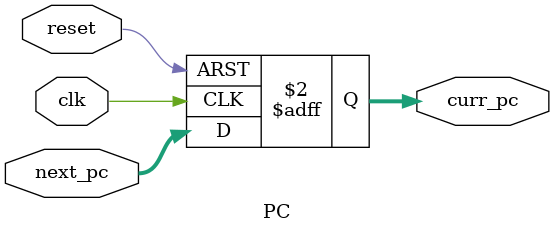
<source format=v>
`timescale 1ns / 1ps

module PC(
    input clk,
    input reset,
    input [31:0] next_pc,
    output reg [31:0] curr_pc
    );

    always @(posedge clk or posedge reset) begin
        if (reset) 
            curr_pc <= 32'b0;
        else
            curr_pc <= next_pc; 
    end

endmodule
</source>
